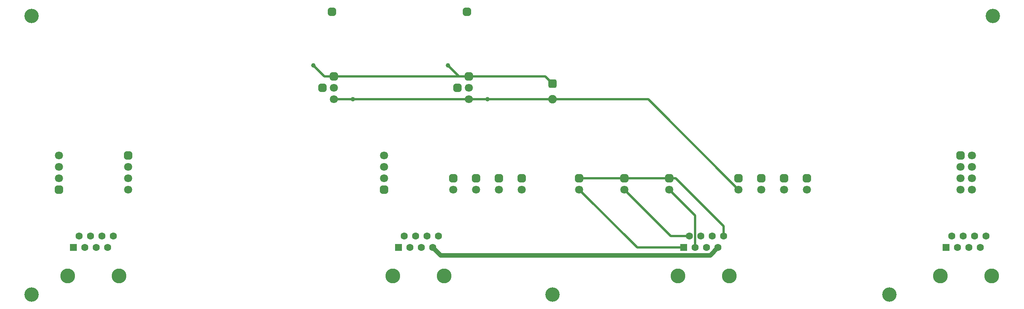
<source format=gbr>
%TF.GenerationSoftware,Altium Limited,Altium Designer,25.8.1 (18)*%
G04 Layer_Physical_Order=2*
G04 Layer_Color=16711680*
%FSLAX45Y45*%
%MOMM*%
%TF.SameCoordinates,A785B3B1-CB1D-45D8-AEAD-54020840EAB1*%
%TF.FilePolarity,Positive*%
%TF.FileFunction,Copper,L2,Bot,Signal*%
%TF.Part,Single*%
G01*
G75*
%TA.AperFunction,Conductor*%
%ADD14C,0.50000*%
%ADD15C,1.00000*%
%TA.AperFunction,ViaPad*%
%ADD16C,3.20000*%
%TA.AperFunction,ComponentPad*%
G04:AMPARAMS|DCode=17|XSize=1.8mm|YSize=1.8mm|CornerRadius=0.45mm|HoleSize=0mm|Usage=FLASHONLY|Rotation=90.000|XOffset=0mm|YOffset=0mm|HoleType=Round|Shape=RoundedRectangle|*
%AMROUNDEDRECTD17*
21,1,1.80000,0.90000,0,0,90.0*
21,1,0.90000,1.80000,0,0,90.0*
1,1,0.90000,0.45000,0.45000*
1,1,0.90000,0.45000,-0.45000*
1,1,0.90000,-0.45000,-0.45000*
1,1,0.90000,-0.45000,0.45000*
%
%ADD17ROUNDEDRECTD17*%
%ADD18C,1.80000*%
G04:AMPARAMS|DCode=19|XSize=1.8mm|YSize=1.8mm|CornerRadius=0.45mm|HoleSize=0mm|Usage=FLASHONLY|Rotation=0.000|XOffset=0mm|YOffset=0mm|HoleType=Round|Shape=RoundedRectangle|*
%AMROUNDEDRECTD19*
21,1,1.80000,0.90000,0,0,0.0*
21,1,0.90000,1.80000,0,0,0.0*
1,1,0.90000,0.45000,-0.45000*
1,1,0.90000,-0.45000,-0.45000*
1,1,0.90000,-0.45000,0.45000*
1,1,0.90000,0.45000,0.45000*
%
%ADD19ROUNDEDRECTD19*%
%ADD20C,1.60000*%
%ADD21R,1.60000X1.60000*%
%ADD22C,3.30000*%
G04:AMPARAMS|DCode=23|XSize=1.9mm|YSize=1.9mm|CornerRadius=0.475mm|HoleSize=0mm|Usage=FLASHONLY|Rotation=90.000|XOffset=0mm|YOffset=0mm|HoleType=Round|Shape=RoundedRectangle|*
%AMROUNDEDRECTD23*
21,1,1.90000,0.95000,0,0,90.0*
21,1,0.95000,1.90000,0,0,90.0*
1,1,0.95000,0.47500,0.47500*
1,1,0.95000,0.47500,-0.47500*
1,1,0.95000,-0.47500,-0.47500*
1,1,0.95000,-0.47500,0.47500*
%
%ADD23ROUNDEDRECTD23*%
%ADD24C,1.90000*%
%TA.AperFunction,ViaPad*%
%ADD25C,1.00000*%
D14*
X22000000Y14746001D02*
X24130499D01*
X26138501Y12738000D01*
X24595500Y12992000D02*
X24738000D01*
X25811499Y11700000D02*
Y11918500D01*
X24738000Y12992000D02*
X25811499Y11918500D01*
X22595500Y12992000D02*
X23595500D01*
X24595500D01*
X22595500Y12738000D02*
X23887500Y11446000D01*
X24922501D01*
X23595500Y12738000D02*
X24633501Y11700000D01*
X25049500D01*
X24595500Y12738000D02*
X25176500Y12157000D01*
Y11446000D02*
Y12157000D01*
X20134000Y15253999D02*
X21842000D01*
X22000000Y15096001D01*
X20550000Y14746001D02*
X22000000D01*
X20134000D02*
X20550000D01*
X19918500Y15253999D02*
X20134000D01*
X17550000Y14746001D02*
X20134000D01*
X17134000Y15253999D02*
X19918500D01*
X19672501Y15500000D02*
X19918500Y15253999D01*
X17134000Y14746001D02*
X17550000D01*
X16672501Y15500000D02*
X16918500Y15253999D01*
X17134000D01*
D15*
X19334500Y11446000D02*
X19510500Y11270000D01*
X25508501D01*
X25684500Y11446000D01*
D16*
X22000000Y10400000D02*
D03*
X29500000D02*
D03*
X31800000Y16600000D02*
D03*
X10400000Y10400000D02*
D03*
Y16600000D02*
D03*
D17*
X16880000Y15000000D02*
D03*
X19880000D02*
D03*
D18*
X19788499Y12738000D02*
D03*
X18245500Y12992000D02*
D03*
Y13246001D02*
D03*
Y13500000D02*
D03*
X11006500Y12992000D02*
D03*
Y13246001D02*
D03*
Y13500000D02*
D03*
X12549500Y13246001D02*
D03*
Y12992000D02*
D03*
Y12738000D02*
D03*
X31082001Y13246001D02*
D03*
X31335999Y13500000D02*
D03*
Y13246001D02*
D03*
X31082001Y12992000D02*
D03*
X31335999D02*
D03*
X31082001Y12738000D02*
D03*
X31335999D02*
D03*
X22595500D02*
D03*
X26138501D02*
D03*
X23595500D02*
D03*
X26646500D02*
D03*
X20296500D02*
D03*
X27154501D02*
D03*
X20804500D02*
D03*
X24595500D02*
D03*
X27662500D02*
D03*
X21312500D02*
D03*
X20134000Y15000000D02*
D03*
Y14746001D02*
D03*
X17134000Y15000000D02*
D03*
Y14746001D02*
D03*
D19*
X19788499Y12992000D02*
D03*
X18245500Y12738000D02*
D03*
X11006500D02*
D03*
X20092500Y16700000D02*
D03*
X17092500D02*
D03*
X12549500Y13500000D02*
D03*
X31082001D02*
D03*
X22595500Y12992000D02*
D03*
X26138501D02*
D03*
X23595500D02*
D03*
X26646500D02*
D03*
X20296500D02*
D03*
X27154501D02*
D03*
X20804500D02*
D03*
X24595500D02*
D03*
X27662500D02*
D03*
X21312500D02*
D03*
X20134000Y15253999D02*
D03*
X17134000D02*
D03*
D20*
X31653500Y11700000D02*
D03*
X31399500D02*
D03*
X31145499D02*
D03*
X30891501D02*
D03*
X31526501Y11446000D02*
D03*
X31272501D02*
D03*
X31018500D02*
D03*
X25811499Y11700000D02*
D03*
X25557500D02*
D03*
X25303500D02*
D03*
X25049500D02*
D03*
X25684500Y11446000D02*
D03*
X25430499D02*
D03*
X25176500D02*
D03*
X19461501Y11700000D02*
D03*
X19207500D02*
D03*
X18953500D02*
D03*
X18699500D02*
D03*
X19334500Y11446000D02*
D03*
X19080499D02*
D03*
X18826500D02*
D03*
X12222500Y11700000D02*
D03*
X11968500D02*
D03*
X11714500D02*
D03*
X11460500D02*
D03*
X12095500Y11446000D02*
D03*
X11841500D02*
D03*
X11587500D02*
D03*
D21*
X30764499D02*
D03*
X24922501D02*
D03*
X18572501D02*
D03*
X11333500D02*
D03*
D22*
X31780499Y10811000D02*
D03*
X30637500D02*
D03*
X25938501D02*
D03*
X24795500D02*
D03*
X19588499D02*
D03*
X18445500D02*
D03*
X12349500D02*
D03*
X11206500D02*
D03*
D23*
X22000000Y15096001D02*
D03*
D24*
Y14746001D02*
D03*
D25*
X20550000Y14746001D02*
D03*
X19672501Y15500000D02*
D03*
X17550000Y14746001D02*
D03*
X16672501Y15500000D02*
D03*
%TF.MD5,ad0a5ba3131b55326f12a2fde173644c*%
M02*

</source>
